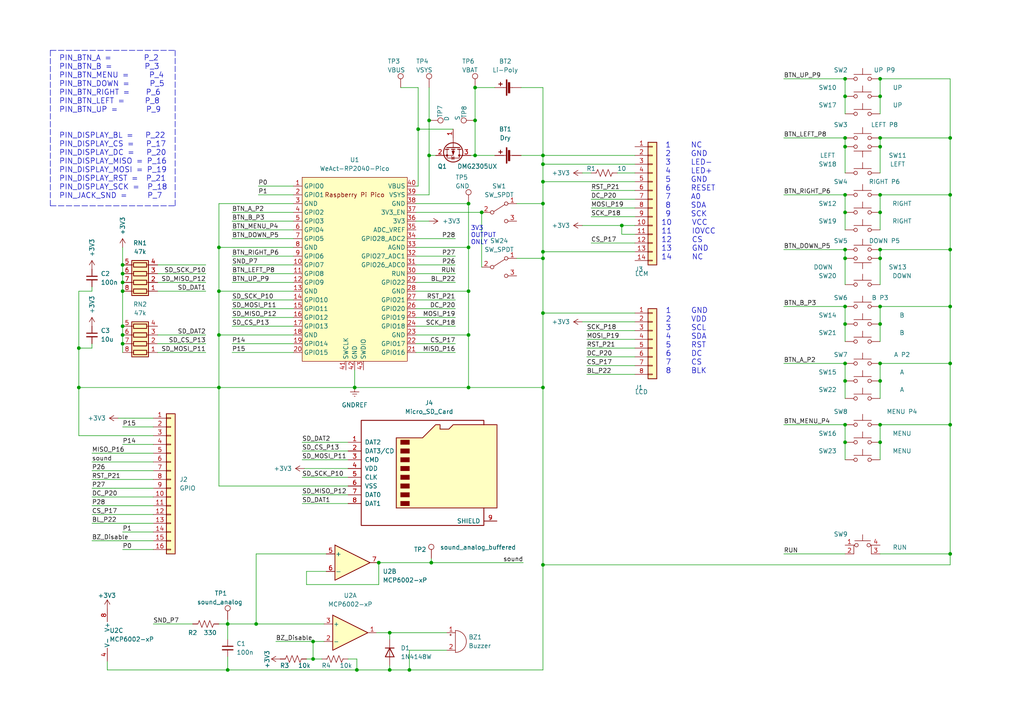
<source format=kicad_sch>
(kicad_sch (version 20211123) (generator eeschema)
  (paper "A4")
  (lib_symbols
    (symbol "Amplifier_Operational:MCP6002-xP" (pin_names (offset 0.127))
      (property "Reference" "U" (at 0 5.08 0))
      (property "Value" "MCP6002-xP" (at 0 -5.08 0))
      (symbol "MCP6002-xP_1_1"
        (pin output line (at 7.62 0 180) (length 2.54) (name "~") (number "1"))
        (pin input line (at -7.62 -2.54 0) (length 2.54) (name "-") (number "2"))
        (pin input line (at -7.62 2.54 0) (length 2.54) (name "+") (number "3"))
      )
      (symbol "MCP6002-xP_2_1"
        (pin input line (at -7.62 2.54 0) (length 2.54) (name "+") (number "5"))
        (pin input line (at -7.62 -2.54 0) (length 2.54) (name "-") (number "6"))
        (pin output line (at 7.62 0 180) (length 2.54) (name "~") (number "7"))
      )
      (symbol "MCP6002-xP_3_1"
        (pin power_in line (at -2.54 -7.62 90) (length 3.81) (name "V-") (number "4"))
        (pin power_in line (at -2.54 7.62 270) (length 3.81) (name "V+") (number "8"))
      )
    )
    (symbol "Connector:Micro_SD_Card" (pin_names (offset 1.016))
      (property "Reference" "J" (at -16.51 15.24 0))
      (property "Value" "Micro_SD_Card" (at 16.51 15.24 0))
      (symbol "Micro_SD_Card_1_1"
        (pin bidirectional line (at -22.86 7.62 0) (length 3.81) (name "DAT2") (number "1"))
        (pin bidirectional line (at -22.86 5.08 0) (length 3.81) (name "DAT3/CD") (number "2"))
        (pin input line (at -22.86 2.54 0) (length 3.81) (name "CMD") (number "3"))
        (pin power_in line (at -22.86 0 0) (length 3.81) (name "VDD") (number "4"))
        (pin input line (at -22.86 -2.54 0) (length 3.81) (name "CLK") (number "5"))
        (pin power_in line (at -22.86 -5.08 0) (length 3.81) (name "VSS") (number "6"))
        (pin bidirectional line (at -22.86 -7.62 0) (length 3.81) (name "DAT0") (number "7"))
        (pin bidirectional line (at -22.86 -10.16 0) (length 3.81) (name "DAT1") (number "8"))
        (pin passive line (at 20.32 -15.24 180) (length 3.81) (name "SHIELD") (number "9"))
      )
    )
    (symbol "Connector:TestPoint" (pin_numbers hide) (pin_names (offset 0.762) hide)
      (property "Reference" "TP" (at 0 6.858 0))
      (property "Value" "TestPoint" (at 0 5.08 0))
      (symbol "TestPoint_1_1"
        (pin passive line (at 0 0 90) (length 2.54) (name "1") (number "1"))
      )
    )
    (symbol "Connector_Generic:Conn_01x08" (pin_names (offset 1.016) hide)
      (property "Reference" "J" (at 0 10.16 0))
      (property "Value" "Conn_01x08" (at 0 -12.7 0))
      (symbol "Conn_01x08_1_1"
        (pin passive line (at -5.08 7.62 0) (length 3.81) (name "Pin_1") (number "1"))
        (pin passive line (at -5.08 5.08 0) (length 3.81) (name "Pin_2") (number "2"))
        (pin passive line (at -5.08 2.54 0) (length 3.81) (name "Pin_3") (number "3"))
        (pin passive line (at -5.08 0 0) (length 3.81) (name "Pin_4") (number "4"))
        (pin passive line (at -5.08 -2.54 0) (length 3.81) (name "Pin_5") (number "5"))
        (pin passive line (at -5.08 -5.08 0) (length 3.81) (name "Pin_6") (number "6"))
        (pin passive line (at -5.08 -7.62 0) (length 3.81) (name "Pin_7") (number "7"))
        (pin passive line (at -5.08 -10.16 0) (length 3.81) (name "Pin_8") (number "8"))
      )
    )
    (symbol "Connector_Generic:Conn_01x14" (pin_names (offset 1.016) hide)
      (property "Reference" "J" (at 0 17.78 0))
      (property "Value" "Conn_01x14" (at 0 -20.32 0))
      (symbol "Conn_01x14_1_1"
        (pin passive line (at -5.08 15.24 0) (length 3.81) (name "Pin_1") (number "1"))
        (pin passive line (at -5.08 -7.62 0) (length 3.81) (name "Pin_10") (number "10"))
        (pin passive line (at -5.08 -10.16 0) (length 3.81) (name "Pin_11") (number "11"))
        (pin passive line (at -5.08 -12.7 0) (length 3.81) (name "Pin_12") (number "12"))
        (pin passive line (at -5.08 -15.24 0) (length 3.81) (name "Pin_13") (number "13"))
        (pin passive line (at -5.08 -17.78 0) (length 3.81) (name "Pin_14") (number "14"))
        (pin passive line (at -5.08 12.7 0) (length 3.81) (name "Pin_2") (number "2"))
        (pin passive line (at -5.08 10.16 0) (length 3.81) (name "Pin_3") (number "3"))
        (pin passive line (at -5.08 7.62 0) (length 3.81) (name "Pin_4") (number "4"))
        (pin passive line (at -5.08 5.08 0) (length 3.81) (name "Pin_5") (number "5"))
        (pin passive line (at -5.08 2.54 0) (length 3.81) (name "Pin_6") (number "6"))
        (pin passive line (at -5.08 0 0) (length 3.81) (name "Pin_7") (number "7"))
        (pin passive line (at -5.08 -2.54 0) (length 3.81) (name "Pin_8") (number "8"))
        (pin passive line (at -5.08 -5.08 0) (length 3.81) (name "Pin_9") (number "9"))
      )
    )
    (symbol "Connector_Generic:Conn_01x16" (pin_names (offset 1.016) hide)
      (property "Reference" "J" (at 0 20.32 0))
      (property "Value" "Conn_01x16" (at 0 -22.86 0))
      (symbol "Conn_01x16_1_1"
        (pin passive line (at -5.08 17.78 0) (length 3.81) (name "Pin_1") (number "1"))
        (pin passive line (at -5.08 -5.08 0) (length 3.81) (name "Pin_10") (number "10"))
        (pin passive line (at -5.08 -7.62 0) (length 3.81) (name "Pin_11") (number "11"))
        (pin passive line (at -5.08 -10.16 0) (length 3.81) (name "Pin_12") (number "12"))
        (pin passive line (at -5.08 -12.7 0) (length 3.81) (name "Pin_13") (number "13"))
        (pin passive line (at -5.08 -15.24 0) (length 3.81) (name "Pin_14") (number "14"))
        (pin passive line (at -5.08 -17.78 0) (length 3.81) (name "Pin_15") (number "15"))
        (pin passive line (at -5.08 -20.32 0) (length 3.81) (name "Pin_16") (number "16"))
        (pin passive line (at -5.08 15.24 0) (length 3.81) (name "Pin_2") (number "2"))
        (pin passive line (at -5.08 12.7 0) (length 3.81) (name "Pin_3") (number "3"))
        (pin passive line (at -5.08 10.16 0) (length 3.81) (name "Pin_4") (number "4"))
        (pin passive line (at -5.08 7.62 0) (length 3.81) (name "Pin_5") (number "5"))
        (pin passive line (at -5.08 5.08 0) (length 3.81) (name "Pin_6") (number "6"))
        (pin passive line (at -5.08 2.54 0) (length 3.81) (name "Pin_7") (number "7"))
        (pin passive line (at -5.08 0 0) (length 3.81) (name "Pin_8") (number "8"))
        (pin passive line (at -5.08 -2.54 0) (length 3.81) (name "Pin_9") (number "9"))
      )
    )
    (symbol "Device:Battery_Cell" (pin_numbers hide) (pin_names (offset 0) hide)
      (property "Reference" "BT" (at 2.54 2.54 0))
      (property "Value" "Battery_Cell" (at 2.54 0 0))
      (symbol "Battery_Cell_1_1"
        (pin passive line (at 0 5.08 270) (length 2.54) (name "+") (number "1"))
        (pin passive line (at 0 -2.54 90) (length 2.54) (name "-") (number "2"))
      )
    )
    (symbol "Device:Buzzer" (pin_names (offset 0.0254) hide)
      (property "Reference" "BZ" (at 3.81 1.27 0))
      (property "Value" "Buzzer" (at 3.81 -1.27 0))
      (symbol "Buzzer_1_1"
        (pin passive line (at -2.54 2.54 0) (length 2.54) (name "-") (number "1"))
        (pin passive line (at -2.54 -2.54 0) (length 2.54) (name "+") (number "2"))
      )
    )
    (symbol "Device:C_Small" (pin_numbers hide) (pin_names (offset 0.254) hide)
      (property "Reference" "C" (at 0.254 1.778 0))
      (property "Value" "C_Small" (at 0.254 -2.032 0))
      (symbol "C_Small_1_1"
        (pin passive line (at 0 2.54 270) (length 2.032) (name "~") (number "1"))
        (pin passive line (at 0 -2.54 90) (length 2.032) (name "~") (number "2"))
      )
    )
    (symbol "Device:Q_PMOS_GSD" (pin_names (offset 0) hide)
      (property "Reference" "Q" (at 5.08 1.27 0))
      (property "Value" "Q_PMOS_GSD" (at 5.08 -1.27 0))
      (symbol "Q_PMOS_GSD_1_1"
        (pin input line (at -5.08 0 0) (length 2.54) (name "G") (number "1"))
        (pin passive line (at 2.54 -5.08 90) (length 2.54) (name "S") (number "2"))
        (pin passive line (at 2.54 5.08 270) (length 2.54) (name "D") (number "3"))
      )
    )
    (symbol "Device:R_Pack04" (pin_names (offset 0) hide)
      (property "Reference" "RN" (at -7.62 0 90))
      (property "Value" "R_Pack04" (at 5.08 0 90))
      (symbol "R_Pack04_1_1"
        (pin passive line (at -5.08 -5.08 90) (length 2.54) (name "R1.1") (number "1"))
        (pin passive line (at -2.54 -5.08 90) (length 2.54) (name "R2.1") (number "2"))
        (pin passive line (at 0 -5.08 90) (length 2.54) (name "R3.1") (number "3"))
        (pin passive line (at 2.54 -5.08 90) (length 2.54) (name "R4.1") (number "4"))
        (pin passive line (at 2.54 5.08 270) (length 2.54) (name "R4.2") (number "5"))
        (pin passive line (at 0 5.08 270) (length 2.54) (name "R3.2") (number "6"))
        (pin passive line (at -2.54 5.08 270) (length 2.54) (name "R2.2") (number "7"))
        (pin passive line (at -5.08 5.08 270) (length 2.54) (name "R1.2") (number "8"))
      )
    )
    (symbol "Device:R_US" (pin_numbers hide) (pin_names (offset 0))
      (property "Reference" "R" (at 2.54 0 90))
      (property "Value" "R_US" (at -2.54 0 90))
      (symbol "R_US_1_1"
        (pin passive line (at 0 3.81 270) (length 1.27) (name "~") (number "1"))
        (pin passive line (at 0 -3.81 90) (length 1.27) (name "~") (number "2"))
      )
    )
    (symbol "Diode:1N4148W" (pin_numbers hide) (pin_names (offset 1.016) hide)
      (property "Reference" "D" (at 0 2.54 0))
      (property "Value" "1N4148W" (at 0 -2.54 0))
      (symbol "1N4148W_1_1"
        (pin passive line (at -3.81 0 0) (length 2.54) (name "K") (number "1"))
        (pin passive line (at 3.81 0 180) (length 2.54) (name "A") (number "2"))
      )
    )
    (symbol "MCU_RaspberryPi_and_Boards:Pico"
      (property "Reference" "U" (at -13.97 27.94 0))
      (property "Value" "Pico" (at 0 19.05 0))
      (symbol "Pico_0_0"
        (text "Raspberry Pi Pico" (at 0 21.59 0) (effects (font (size 1.27 1.27))))
      )
      (symbol "Pico_1_1"
        (pin bidirectional line (at -17.78 24.13 0) (length 2.54) (name "GPIO0") (number "1"))
        (pin bidirectional line (at -17.78 1.27 0) (length 2.54) (name "GPIO7") (number "10"))
        (pin bidirectional line (at -17.78 -1.27 0) (length 2.54) (name "GPIO8") (number "11"))
        (pin bidirectional line (at -17.78 -3.81 0) (length 2.54) (name "GPIO9") (number "12"))
        (pin power_in line (at -17.78 -6.35 0) (length 2.54) (name "GND") (number "13"))
        (pin bidirectional line (at -17.78 -8.89 0) (length 2.54) (name "GPIO10") (number "14"))
        (pin bidirectional line (at -17.78 -11.43 0) (length 2.54) (name "GPIO11") (number "15"))
        (pin bidirectional line (at -17.78 -13.97 0) (length 2.54) (name "GPIO12") (number "16"))
        (pin bidirectional line (at -17.78 -16.51 0) (length 2.54) (name "GPIO13") (number "17"))
        (pin power_in line (at -17.78 -19.05 0) (length 2.54) (name "GND") (number "18"))
        (pin bidirectional line (at -17.78 -21.59 0) (length 2.54) (name "GPIO14") (number "19"))
        (pin bidirectional line (at -17.78 21.59 0) (length 2.54) (name "GPIO1") (number "2"))
        (pin bidirectional line (at -17.78 -24.13 0) (length 2.54) (name "GPIO15") (number "20"))
        (pin bidirectional line (at 17.78 -24.13 180) (length 2.54) (name "GPIO16") (number "21"))
        (pin bidirectional line (at 17.78 -21.59 180) (length 2.54) (name "GPIO17") (number "22"))
        (pin power_in line (at 17.78 -19.05 180) (length 2.54) (name "GND") (number "23"))
        (pin bidirectional line (at 17.78 -16.51 180) (length 2.54) (name "GPIO18") (number "24"))
        (pin bidirectional line (at 17.78 -13.97 180) (length 2.54) (name "GPIO19") (number "25"))
        (pin bidirectional line (at 17.78 -11.43 180) (length 2.54) (name "GPIO20") (number "26"))
        (pin bidirectional line (at 17.78 -8.89 180) (length 2.54) (name "GPIO21") (number "27"))
        (pin power_in line (at 17.78 -6.35 180) (length 2.54) (name "GND") (number "28"))
        (pin bidirectional line (at 17.78 -3.81 180) (length 2.54) (name "GPIO22") (number "29"))
        (pin power_in line (at -17.78 19.05 0) (length 2.54) (name "GND") (number "3"))
        (pin input line (at 17.78 -1.27 180) (length 2.54) (name "RUN") (number "30"))
        (pin bidirectional line (at 17.78 1.27 180) (length 2.54) (name "GPIO26_ADC0") (number "31"))
        (pin bidirectional line (at 17.78 3.81 180) (length 2.54) (name "GPIO27_ADC1") (number "32"))
        (pin power_in line (at 17.78 6.35 180) (length 2.54) (name "AGND") (number "33"))
        (pin bidirectional line (at 17.78 8.89 180) (length 2.54) (name "GPIO28_ADC2") (number "34"))
        (pin power_in line (at 17.78 11.43 180) (length 2.54) (name "ADC_VREF") (number "35"))
        (pin power_in line (at 17.78 13.97 180) (length 2.54) (name "3V3") (number "36"))
        (pin input line (at 17.78 16.51 180) (length 2.54) (name "3V3_EN") (number "37"))
        (pin bidirectional line (at 17.78 19.05 180) (length 2.54) (name "GND") (number "38"))
        (pin power_in line (at 17.78 21.59 180) (length 2.54) (name "VSYS") (number "39"))
        (pin bidirectional line (at -17.78 16.51 0) (length 2.54) (name "GPIO2") (number "4"))
        (pin power_in line (at 17.78 24.13 180) (length 2.54) (name "VBUS") (number "40"))
        (pin input line (at -2.54 -29.21 90) (length 2.54) (name "SWCLK") (number "41"))
        (pin power_in line (at 0 -29.21 90) (length 2.54) (name "GND") (number "42"))
        (pin bidirectional line (at 2.54 -29.21 90) (length 2.54) (name "SWDIO") (number "43"))
        (pin bidirectional line (at -17.78 13.97 0) (length 2.54) (name "GPIO3") (number "5"))
        (pin bidirectional line (at -17.78 11.43 0) (length 2.54) (name "GPIO4") (number "6"))
        (pin bidirectional line (at -17.78 8.89 0) (length 2.54) (name "GPIO5") (number "7"))
        (pin power_in line (at -17.78 6.35 0) (length 2.54) (name "GND") (number "8"))
        (pin bidirectional line (at -17.78 3.81 0) (length 2.54) (name "GPIO6") (number "9"))
      )
    )
    (symbol "SW_Push_1" (pin_numbers hide) (pin_names (offset 1.016) hide)
      (property "Reference" "SW" (at 1.27 2.54 0))
      (property "Value" "SW_Push_1" (at 0 -1.524 0))
      (symbol "SW_Push_1_0_1"
        (pin passive line (at -5.08 0 0) (length 2.54) (name "1") (number "1"))
        (pin passive line (at 5.08 0 180) (length 2.54) (name "2") (number "2"))
      )
    )
    (symbol "Switch:SW_MEC_5E" (pin_names (offset 1.016) hide)
      (property "Reference" "SW" (at 0.635 5.715 0))
      (property "Value" "SW_MEC_5E" (at 0 -3.175 0))
      (symbol "SW_MEC_5E_0_1"
        (pin passive line (at -5.08 2.54 0) (length 2.54) (name "1") (number "1"))
        (pin passive line (at -5.08 0 0) (length 2.54) (name "2") (number "2"))
        (pin passive line (at 5.08 0 180) (length 2.54) (name "K") (number "3"))
        (pin passive line (at 5.08 2.54 180) (length 2.54) (name "A") (number "4"))
      )
    )
    (symbol "Switch:SW_Push" (pin_numbers hide) (pin_names (offset 1.016) hide)
      (property "Reference" "SW" (at 1.27 2.54 0))
      (property "Value" "SW_Push" (at 0 -1.524 0))
      (symbol "SW_Push_0_1"
        (pin passive line (at -5.08 0 0) (length 2.54) (name "1") (number "1"))
        (pin passive line (at 5.08 0 180) (length 2.54) (name "2") (number "2"))
      )
    )
    (symbol "Switch:SW_SPDT" (pin_names (offset 0) hide)
      (property "Reference" "SW" (at 0 4.318 0))
      (property "Value" "SW_SPDT" (at 0 -5.08 0))
      (symbol "SW_SPDT_1_1"
        (pin passive line (at 5.08 2.54 180) (length 2.54) (name "A") (number "1"))
        (pin passive line (at -5.08 0 0) (length 2.54) (name "B") (number "2"))
        (pin passive line (at 5.08 -2.54 180) (length 2.54) (name "C") (number "3"))
      )
    )
    (symbol "power:+3V3" (power) (pin_names (offset 0))
      (property "Value" "+3V3" (at 0 3.556 0))
      (symbol "+3V3_1_1"
        (pin power_in line (at 0 0 90) (length 0) hide (name "+3V3") (number "1"))
      )
    )
    (symbol "power:GNDREF" (power) (pin_names (offset 0))
      (property "Value" "GNDREF" (at 0 -3.81 0))
      (symbol "GNDREF_1_1"
        (pin power_in line (at 0 0 270) (length 0) hide (name "GNDREF") (number "1"))
      )
    )
  )
  (junction (at 35.56 81.915))
  (junction (at 35.56 76.835))
  (junction (at 245.11 123.19))
  (junction (at 137.795 34.925))
  (junction (at 113.03 183.515))
  (junction (at 157.48 47.625))
  (junction (at 118.745 194.31))
  (junction (at 245.11 27.94))
  (junction (at 255.27 56.515))
  (junction (at 109.855 163.195))
  (junction (at 245.11 128.27))
  (junction (at 180.34 65.405))
  (junction (at 103.505 194.31))
  (junction (at 157.48 59.055))
  (junction (at 275.59 160.655))
  (junction (at 22.86 112.395))
  (junction (at 245.11 74.93))
  (junction (at 255.27 72.39))
  (junction (at 255.27 110.49))
  (junction (at 255.27 123.19))
  (junction (at 124.46 45.085))
  (junction (at 139.7 61.595))
  (junction (at 157.48 73.025))
  (junction (at 245.11 110.49))
  (junction (at 35.56 94.615))
  (junction (at 255.27 128.27))
  (junction (at 245.11 88.9))
  (junction (at 245.11 72.39))
  (junction (at 35.56 79.375))
  (junction (at 255.27 88.9))
  (junction (at 255.27 22.86))
  (junction (at 275.59 40.005))
  (junction (at 135.89 112.395))
  (junction (at 255.27 40.005))
  (junction (at 135.89 71.755))
  (junction (at 35.56 84.455))
  (junction (at 125.095 163.195))
  (junction (at 35.56 97.155))
  (junction (at 66.04 194.31))
  (junction (at 63.5 112.395))
  (junction (at 102.87 112.395))
  (junction (at 255.27 27.94))
  (junction (at 63.5 84.455))
  (junction (at 255.27 61.595))
  (junction (at 157.48 163.83))
  (junction (at 135.89 84.455))
  (junction (at 245.11 61.595))
  (junction (at 157.48 74.93))
  (junction (at 245.11 42.545))
  (junction (at 255.27 105.41))
  (junction (at 245.11 56.515))
  (junction (at 113.03 194.31))
  (junction (at 63.5 71.755))
  (junction (at 245.11 105.41))
  (junction (at 255.27 42.545))
  (junction (at 35.56 99.695))
  (junction (at 135.89 97.155))
  (junction (at 275.59 56.515))
  (junction (at 245.11 93.98))
  (junction (at 255.27 93.98))
  (junction (at 121.285 37.465))
  (junction (at 66.04 180.975))
  (junction (at 157.48 52.705))
  (junction (at 245.11 40.005))
  (junction (at 275.59 88.9))
  (junction (at 74.295 180.975))
  (junction (at 275.59 123.19))
  (junction (at 255.27 74.93))
  (junction (at 90.805 191.135))
  (junction (at 157.48 90.805))
  (junction (at 157.48 45.085))
  (junction (at 22.86 100.965))
  (junction (at 245.11 22.86))
  (junction (at 137.795 45.085))
  (junction (at 63.5 97.155))
  (junction (at 135.89 59.055))
  (junction (at 90.805 186.055))
  (junction (at 275.59 105.41))
  (junction (at 124.46 34.925))
  (junction (at 137.795 25.4))
  (junction (at 157.48 112.395))
  (junction (at 275.59 72.39))
  (wire (pts (xy 45.72 84.455) (xy 59.69 84.455)))
  (wire (pts (xy 120.65 76.835) (xy 132.08 76.835)))
  (wire (pts (xy 67.31 79.375) (xy 85.09 79.375)))
  (wire (pts (xy 255.27 93.98) (xy 255.27 99.06)))
  (wire (pts (xy 90.805 191.135) (xy 93.345 191.135)))
  (wire (pts (xy 63.5 84.455) (xy 63.5 71.755)))
  (wire (pts (xy 26.67 84.455) (xy 22.86 84.455)))
  (wire (pts (xy 157.48 52.705) (xy 157.48 47.625)))
  (wire (pts (xy 63.5 180.975) (xy 66.04 180.975)))
  (wire (pts (xy 135.89 112.395) (xy 157.48 112.395)))
  (wire (pts (xy 102.87 112.395) (xy 63.5 112.395)))
  (wire (pts (xy 137.795 45.085) (xy 143.51 45.085)))
  (wire (pts (xy 255.27 88.9) (xy 275.59 88.9)))
  (wire (pts (xy 26.67 146.685) (xy 44.45 146.685)))
  (wire (pts (xy 170.18 95.885) (xy 184.15 95.885)))
  (wire (pts (xy 35.56 84.455) (xy 35.56 81.915)))
  (wire (pts (xy 102.87 107.315) (xy 102.87 112.395)))
  (wire (pts (xy 67.31 69.215) (xy 85.09 69.215)))
  (wire (pts (xy 245.11 56.515) (xy 245.11 61.595)))
  (wire (pts (xy 227.33 160.655) (xy 245.11 160.655)))
  (wire (pts (xy 85.09 84.455) (xy 63.5 84.455)))
  (polyline (pts (xy 50.8 59.69) (xy 50.8 14.605)))
  (wire (pts (xy 180.34 65.405) (xy 184.15 65.405)))
  (wire (pts (xy 255.27 105.41) (xy 255.27 110.49)))
  (wire (pts (xy 80.01 186.055) (xy 90.805 186.055)))
  (wire (pts (xy 26.67 100.965) (xy 26.67 99.695)))
  (wire (pts (xy 255.27 40.005) (xy 275.59 40.005)))
  (wire (pts (xy 245.11 74.93) (xy 245.11 82.55)))
  (wire (pts (xy 45.72 102.235) (xy 59.69 102.235)))
  (wire (pts (xy 26.67 133.985) (xy 44.45 133.985)))
  (wire (pts (xy 109.855 169.545) (xy 109.855 163.195)))
  (wire (pts (xy 67.31 81.915) (xy 85.09 81.915)))
  (wire (pts (xy 35.56 79.375) (xy 35.56 76.835)))
  (wire (pts (xy 103.505 191.135) (xy 103.505 194.31)))
  (wire (pts (xy 135.89 84.455) (xy 135.89 97.155)))
  (wire (pts (xy 120.65 102.235) (xy 132.08 102.235)))
  (wire (pts (xy 275.59 40.005) (xy 275.59 56.515)))
  (wire (pts (xy 31.115 191.77) (xy 31.115 194.31)))
  (wire (pts (xy 103.505 194.31) (xy 113.03 194.31)))
  (wire (pts (xy 120.65 94.615) (xy 132.08 94.615)))
  (wire (pts (xy 245.11 88.9) (xy 245.11 93.98)))
  (wire (pts (xy 59.69 99.695) (xy 45.72 99.695)))
  (wire (pts (xy 179.07 50.165) (xy 184.15 50.165)))
  (wire (pts (xy 93.98 186.055) (xy 90.805 186.055)))
  (wire (pts (xy 255.27 56.515) (xy 275.59 56.515)))
  (wire (pts (xy 245.11 105.41) (xy 245.11 110.49)))
  (wire (pts (xy 67.31 61.595) (xy 85.09 61.595)))
  (wire (pts (xy 275.59 72.39) (xy 275.59 88.9)))
  (wire (pts (xy 170.18 98.425) (xy 184.15 98.425)))
  (wire (pts (xy 157.48 73.025) (xy 157.48 74.93)))
  (wire (pts (xy 255.27 123.19) (xy 255.27 128.27)))
  (wire (pts (xy 35.56 94.615) (xy 35.56 97.155)))
  (wire (pts (xy 35.56 128.905) (xy 44.45 128.905)))
  (wire (pts (xy 109.22 183.515) (xy 113.03 183.515)))
  (polyline (pts (xy 14.605 14.605) (xy 50.8 14.605)))
  (wire (pts (xy 255.27 160.655) (xy 275.59 160.655)))
  (wire (pts (xy 93.98 180.975) (xy 74.295 180.975)))
  (polyline (pts (xy 14.605 59.69) (xy 50.8 59.69)))
  (wire (pts (xy 26.67 136.525) (xy 44.45 136.525)))
  (wire (pts (xy 26.67 131.445) (xy 44.45 131.445)))
  (wire (pts (xy 245.11 27.94) (xy 245.11 33.02)))
  (wire (pts (xy 227.33 123.19) (xy 245.11 123.19)))
  (wire (pts (xy 120.65 74.295) (xy 132.08 74.295)))
  (wire (pts (xy 170.18 108.585) (xy 184.15 108.585)))
  (wire (pts (xy 168.91 65.405) (xy 180.34 65.405)))
  (wire (pts (xy 26.67 84.455) (xy 26.67 83.185)))
  (wire (pts (xy 22.86 126.365) (xy 22.86 112.395)))
  (wire (pts (xy 87.63 146.05) (xy 100.965 146.05)))
  (wire (pts (xy 87.63 138.43) (xy 100.965 138.43)))
  (wire (pts (xy 170.18 106.045) (xy 184.15 106.045)))
  (wire (pts (xy 94.615 165.735) (xy 88.9 165.735)))
  (wire (pts (xy 67.31 102.235) (xy 85.09 102.235)))
  (wire (pts (xy 151.765 163.195) (xy 125.095 163.195)))
  (wire (pts (xy 129.54 188.595) (xy 118.745 188.595)))
  (wire (pts (xy 120.65 59.055) (xy 135.89 59.055)))
  (wire (pts (xy 63.5 71.755) (xy 85.09 71.755)))
  (wire (pts (xy 35.56 81.915) (xy 35.56 79.375)))
  (wire (pts (xy 113.03 194.31) (xy 118.745 194.31)))
  (wire (pts (xy 157.48 73.025) (xy 184.15 73.025)))
  (wire (pts (xy 121.285 25.4) (xy 121.285 37.465)))
  (wire (pts (xy 63.5 112.395) (xy 63.5 97.155)))
  (wire (pts (xy 22.86 112.395) (xy 63.5 112.395)))
  (wire (pts (xy 151.13 25.4) (xy 157.48 25.4)))
  (wire (pts (xy 171.45 62.865) (xy 184.15 62.865)))
  (wire (pts (xy 63.5 140.97) (xy 63.5 112.395)))
  (wire (pts (xy 120.65 99.695) (xy 132.08 99.695)))
  (wire (pts (xy 113.03 183.515) (xy 113.03 185.42)))
  (wire (pts (xy 26.67 100.965) (xy 22.86 100.965)))
  (wire (pts (xy 157.48 59.055) (xy 157.48 73.025)))
  (wire (pts (xy 87.63 128.27) (xy 100.965 128.27)))
  (wire (pts (xy 255.27 72.39) (xy 255.27 74.93)))
  (wire (pts (xy 245.11 110.49) (xy 245.11 115.57)))
  (wire (pts (xy 157.48 74.93) (xy 157.48 90.805)))
  (wire (pts (xy 113.03 183.515) (xy 129.54 183.515)))
  (wire (pts (xy 245.11 40.005) (xy 245.11 42.545)))
  (wire (pts (xy 121.285 37.465) (xy 131.445 37.465)))
  (wire (pts (xy 227.33 22.86) (xy 245.11 22.86)))
  (wire (pts (xy 227.33 72.39) (xy 245.11 72.39)))
  (wire (pts (xy 118.745 188.595) (xy 118.745 194.31)))
  (wire (pts (xy 121.285 37.465) (xy 121.285 53.975)))
  (wire (pts (xy 124.46 45.085) (xy 126.365 45.085)))
  (wire (pts (xy 85.09 59.055) (xy 63.5 59.055)))
  (wire (pts (xy 255.27 88.9) (xy 255.27 93.98)))
  (wire (pts (xy 113.03 193.04) (xy 113.03 194.31)))
  (wire (pts (xy 275.59 123.19) (xy 275.59 160.655)))
  (wire (pts (xy 168.91 50.165) (xy 171.45 50.165)))
  (wire (pts (xy 120.65 84.455) (xy 135.89 84.455)))
  (wire (pts (xy 35.56 99.695) (xy 35.56 102.235)))
  (wire (pts (xy 245.11 123.19) (xy 245.11 128.27)))
  (wire (pts (xy 120.65 92.075) (xy 132.08 92.075)))
  (wire (pts (xy 26.67 151.765) (xy 44.45 151.765)))
  (wire (pts (xy 143.51 25.4) (xy 137.795 25.4)))
  (wire (pts (xy 227.33 105.41) (xy 245.11 105.41)))
  (wire (pts (xy 120.65 61.595) (xy 139.7 61.595)))
  (wire (pts (xy 124.46 34.925) (xy 124.46 45.085)))
  (wire (pts (xy 26.67 156.845) (xy 44.45 156.845)))
  (wire (pts (xy 275.59 56.515) (xy 275.59 72.39)))
  (wire (pts (xy 88.9 191.135) (xy 90.805 191.135)))
  (wire (pts (xy 102.87 112.395) (xy 135.89 112.395)))
  (wire (pts (xy 63.5 140.97) (xy 100.965 140.97)))
  (wire (pts (xy 67.31 89.535) (xy 85.09 89.535)))
  (wire (pts (xy 88.9 169.545) (xy 109.855 169.545)))
  (wire (pts (xy 67.31 99.695) (xy 85.09 99.695)))
  (wire (pts (xy 66.04 190.5) (xy 66.04 194.31)))
  (wire (pts (xy 45.72 81.915) (xy 59.69 81.915)))
  (wire (pts (xy 149.86 74.93) (xy 157.48 74.93)))
  (wire (pts (xy 120.65 56.515) (xy 124.46 56.515)))
  (wire (pts (xy 171.45 60.325) (xy 184.15 60.325)))
  (wire (pts (xy 151.13 45.085) (xy 157.48 45.085)))
  (wire (pts (xy 35.56 84.455) (xy 35.56 94.615)))
  (wire (pts (xy 85.09 97.155) (xy 63.5 97.155)))
  (wire (pts (xy 180.34 67.945) (xy 180.34 65.405)))
  (wire (pts (xy 168.91 93.345) (xy 184.15 93.345)))
  (wire (pts (xy 74.93 56.515) (xy 85.09 56.515)))
  (wire (pts (xy 116.205 25.4) (xy 121.285 25.4)))
  (wire (pts (xy 125.095 163.195) (xy 125.095 161.925)))
  (wire (pts (xy 88.9 165.735) (xy 88.9 169.545)))
  (wire (pts (xy 67.31 86.995) (xy 85.09 86.995)))
  (wire (pts (xy 255.27 128.27) (xy 255.27 133.35)))
  (wire (pts (xy 67.31 92.075) (xy 85.09 92.075)))
  (wire (pts (xy 66.04 180.975) (xy 74.295 180.975)))
  (wire (pts (xy 157.48 45.085) (xy 184.15 45.085)))
  (wire (pts (xy 135.89 71.755) (xy 135.89 84.455)))
  (wire (pts (xy 121.285 53.975) (xy 120.65 53.975)))
  (wire (pts (xy 74.295 160.655) (xy 74.295 180.975)))
  (wire (pts (xy 255.27 22.86) (xy 255.27 27.94)))
  (wire (pts (xy 255.27 40.005) (xy 255.27 42.545)))
  (wire (pts (xy 245.11 93.98) (xy 245.11 99.06)))
  (wire (pts (xy 94.615 160.655) (xy 74.295 160.655)))
  (wire (pts (xy 26.67 141.605) (xy 44.45 141.605)))
  (wire (pts (xy 275.59 88.9) (xy 275.59 105.41)))
  (wire (pts (xy 67.31 66.675) (xy 85.09 66.675)))
  (wire (pts (xy 90.805 186.055) (xy 90.805 191.135)))
  (wire (pts (xy 245.11 128.27) (xy 245.11 133.35)))
  (wire (pts (xy 255.27 72.39) (xy 275.59 72.39)))
  (wire (pts (xy 139.7 61.595) (xy 139.7 77.47)))
  (wire (pts (xy 170.18 100.965) (xy 184.15 100.965)))
  (wire (pts (xy 137.795 25.4) (xy 137.795 34.925)))
  (wire (pts (xy 26.67 139.065) (xy 44.45 139.065)))
  (wire (pts (xy 157.48 47.625) (xy 157.48 45.085)))
  (wire (pts (xy 59.69 97.155) (xy 45.72 97.155)))
  (wire (pts (xy 67.31 64.135) (xy 85.09 64.135)))
  (wire (pts (xy 44.45 180.975) (xy 55.88 180.975)))
  (wire (pts (xy 22.86 84.455) (xy 22.86 100.965)))
  (wire (pts (xy 63.5 97.155) (xy 63.5 84.455)))
  (wire (pts (xy 35.56 159.385) (xy 44.45 159.385)))
  (wire (pts (xy 22.86 100.965) (xy 22.86 112.395)))
  (wire (pts (xy 255.27 22.86) (xy 275.59 22.86)))
  (wire (pts (xy 45.72 76.835) (xy 59.69 76.835)))
  (wire (pts (xy 63.5 59.055) (xy 63.5 71.755)))
  (wire (pts (xy 35.56 97.155) (xy 35.56 99.695)))
  (wire (pts (xy 87.63 143.51) (xy 100.965 143.51)))
  (wire (pts (xy 275.59 22.86) (xy 275.59 40.005)))
  (wire (pts (xy 135.89 97.155) (xy 135.89 112.395)))
  (wire (pts (xy 34.29 121.285) (xy 44.45 121.285)))
  (wire (pts (xy 255.27 61.595) (xy 255.27 66.675)))
  (wire (pts (xy 100.965 191.135) (xy 103.505 191.135)))
  (wire (pts (xy 67.31 74.295) (xy 85.09 74.295)))
  (wire (pts (xy 275.59 105.41) (xy 275.59 123.19)))
  (wire (pts (xy 157.48 163.83) (xy 275.59 163.83)))
  (wire (pts (xy 255.27 74.93) (xy 255.27 82.55)))
  (wire (pts (xy 245.11 72.39) (xy 245.11 74.93)))
  (wire (pts (xy 120.65 89.535) (xy 132.08 89.535)))
  (wire (pts (xy 245.11 61.595) (xy 245.11 66.675)))
  (wire (pts (xy 157.48 47.625) (xy 184.15 47.625)))
  (wire (pts (xy 120.65 69.215) (xy 132.08 69.215)))
  (wire (pts (xy 171.45 55.245) (xy 184.15 55.245)))
  (wire (pts (xy 26.67 144.145) (xy 44.45 144.145)))
  (wire (pts (xy 66.04 179.705) (xy 66.04 180.975)))
  (wire (pts (xy 66.04 180.975) (xy 66.04 185.42)))
  (wire (pts (xy 170.18 103.505) (xy 184.15 103.505)))
  (wire (pts (xy 157.48 59.055) (xy 157.48 52.705)))
  (wire (pts (xy 275.59 160.655) (xy 275.59 163.83)))
  (wire (pts (xy 66.04 194.31) (xy 103.505 194.31)))
  (wire (pts (xy 171.45 57.785) (xy 184.15 57.785)))
  (wire (pts (xy 184.15 67.945) (xy 180.34 67.945)))
  (wire (pts (xy 255.27 27.94) (xy 255.27 33.02)))
  (wire (pts (xy 149.86 59.055) (xy 157.48 59.055)))
  (wire (pts (xy 120.65 81.915) (xy 132.08 81.915)))
  (wire (pts (xy 120.65 79.375) (xy 132.08 79.375)))
  (wire (pts (xy 227.33 40.005) (xy 245.11 40.005)))
  (wire (pts (xy 157.48 25.4) (xy 157.48 45.085)))
  (wire (pts (xy 255.27 42.545) (xy 255.27 50.165)))
  (wire (pts (xy 124.46 45.085) (xy 124.46 56.515)))
  (wire (pts (xy 88.265 135.89) (xy 100.965 135.89)))
  (wire (pts (xy 120.65 71.755) (xy 135.89 71.755)))
  (wire (pts (xy 227.33 56.515) (xy 245.11 56.515)))
  (wire (pts (xy 255.27 56.515) (xy 255.27 61.595)))
  (wire (pts (xy 135.89 59.055) (xy 135.89 71.755)))
  (wire (pts (xy 45.72 79.375) (xy 59.69 79.375)))
  (wire (pts (xy 245.11 42.545) (xy 245.11 50.165)))
  (wire (pts (xy 87.63 133.35) (xy 100.965 133.35)))
  (wire (pts (xy 255.27 105.41) (xy 275.59 105.41)))
  (wire (pts (xy 120.65 86.995) (xy 132.08 86.995)))
  (wire (pts (xy 124.46 25.4) (xy 124.46 34.925)))
  (wire (pts (xy 44.45 126.365) (xy 22.86 126.365)))
  (wire (pts (xy 157.48 90.805) (xy 184.15 90.805)))
  (wire (pts (xy 31.115 194.31) (xy 66.04 194.31)))
  (wire (pts (xy 120.65 64.135) (xy 124.46 64.135)))
  (polyline (pts (xy 14.605 14.605) (xy 14.605 59.69)))
  (wire (pts (xy 157.48 112.395) (xy 157.48 163.83)))
  (wire (pts (xy 157.48 52.705) (xy 184.15 52.705)))
  (wire (pts (xy 35.56 123.825) (xy 44.45 123.825)))
  (wire (pts (xy 157.48 90.805) (xy 157.48 112.395)))
  (wire (pts (xy 136.525 45.085) (xy 137.795 45.085)))
  (wire (pts (xy 74.93 53.975) (xy 85.09 53.975)))
  (wire (pts (xy 118.745 194.31) (xy 157.48 194.31)))
  (wire (pts (xy 171.45 70.485) (xy 184.15 70.485)))
  (wire (pts (xy 227.33 88.9) (xy 245.11 88.9)))
  (wire (pts (xy 255.27 110.49) (xy 255.27 115.57)))
  (wire (pts (xy 109.855 163.195) (xy 125.095 163.195)))
  (wire (pts (xy 255.27 123.19) (xy 275.59 123.19)))
  (wire (pts (xy 87.63 130.81) (xy 100.965 130.81)))
  (wire (pts (xy 157.48 163.83) (xy 157.48 194.31)))
  (wire (pts (xy 245.11 22.86) (xy 245.11 27.94)))
  (wire (pts (xy 120.65 97.155) (xy 135.89 97.155)))
  (wire (pts (xy 137.795 34.925) (xy 137.795 45.085)))
  (wire (pts (xy 26.67 149.225) (xy 44.45 149.225)))
  (wire (pts (xy 67.31 94.615) (xy 85.09 94.615)))
  (wire (pts (xy 67.31 76.835) (xy 85.09 76.835)))
  (wire (pts (xy 35.56 154.305) (xy 44.45 154.305)))
  (wire (pts (xy 35.56 76.835) (xy 35.56 71.755)))
  (text " 1     NC\n 2     GND\n 3     LED-\n 4     LED+\n 5     GND\n 6     RESET\n 7     A0\n 8     SDA\n 9     SCK\n10     VCC\n11     IOVCC\n12     CS\n13     GND\n14     NC" (at 191.77 75.565 0) (effects (font (size 1.55 1.55)) (justify left bottom)))
  (text "1     GND\n2     VDD\n3     SCL\n4     SDA\n5     RST\n6     DC\n7     CS\n8     BLK" (at 193.04 108.585 0) (effects (font (size 1.55 1.55)) (justify left bottom)))
  (text "3V3 \nOUTPUT \nONLY" (at 136.525 71.12 0) (effects (font (size 1.27 1.27)) (justify left bottom)))
  (text "PIN_BTN_A =        P_2\nPIN_BTN_B =        P_3\nPIN_BTN_MENU =     P_4\nPIN_BTN_DOWN =     P_5\nPIN_BTN_RIGHT =    P_6\nPIN_BTN_LEFT =     P_8\nPIN_BTN_UP =       P_9\n\n\nPIN_DISPLAY_BL =   P_22\nPIN_DISPLAY_CS =   P_17\nPIN_DISPLAY_DC =   P_20\nPIN_DISPLAY_MISO = P_16\nPIN_DISPLAY_MOSI = P_19\nPIN_DISPLAY_RST =  P_21\nPIN_DISPLAY_SCK =  P_18\nPIN_JACK_SND =     P_7" (at 17.145 57.785 0) (effects (font (size 1.55 1.55)) (justify left bottom)))
  (label "BTN_A_P2" (at 67.31 61.595 0))
  (label "SD_MISO_P12" (at 87.63 143.51 0))
  (label "RUN" (at 227.33 160.655 0))
  (label "BTN_RIGHT_P6" (at 67.31 74.295 0))
  (label "SD_MOSI_P11" (at 87.63 133.35 0))
  (label "P28" (at 132.08 69.215 180))
  (label "CS_P17" (at 26.67 149.225 0))
  (label "CS_P17" (at 170.18 106.045 0))
  (label "MISO_P16" (at 132.08 102.235 180))
  (label "MOSI_P19" (at 170.18 98.425 0))
  (label "SD_MOSI_P11" (at 59.69 102.235 180))
  (label "BTN_A_P2" (at 227.33 105.41 0))
  (label "P1" (at 74.93 56.515 0))
  (label "SCK_P18" (at 132.08 94.615 180))
  (label "SND_P7" (at 67.31 76.835 0))
  (label "P15" (at 67.31 102.235 0))
  (label "BZ_Disable" (at 80.01 186.055 0))
  (label "P14" (at 67.31 99.695 0))
  (label "MOSI_P19" (at 171.45 60.325 0))
  (label "P27" (at 132.08 74.295 180))
  (label "P0" (at 74.93 53.975 0))
  (label "SD_SCK_P10" (at 67.31 86.995 0))
  (label "sound" (at 151.765 163.195 180))
  (label "RST_P21" (at 132.08 86.995 180))
  (label "BTN_LEFT_P8" (at 227.33 40.005 0))
  (label "BTN_DOWN_P5" (at 67.31 69.215 0))
  (label "CS_P17" (at 132.08 99.695 180))
  (label "SD_DAT1" (at 87.63 146.05 0))
  (label "P1" (at 35.56 154.305 0))
  (label "BTN_RIGHT_P6" (at 227.33 56.515 0))
  (label "DC_P20" (at 171.45 57.785 0))
  (label "BTN_DOWN_P5" (at 227.33 72.39 0))
  (label "SCK_P18" (at 170.18 95.885 0))
  (label "RUN" (at 132.08 79.375 180))
  (label "DC_P20" (at 132.08 89.535 180))
  (label "SD_SCK_P10" (at 59.69 79.375 180))
  (label "SD_SCK_P10" (at 87.63 138.43 0))
  (label "SD_MISO_P12" (at 67.31 92.075 0))
  (label "SND_P7" (at 44.45 180.975 0))
  (label "SD_MOSI_P11" (at 67.31 89.535 0))
  (label "P14" (at 35.56 128.905 0))
  (label "BTN_B_P3" (at 227.33 88.9 0))
  (label "RST_P21" (at 171.45 55.245 0))
  (label "BL_P22" (at 170.18 108.585 0))
  (label "DC_P20" (at 26.67 144.145 0))
  (label "RST_P21" (at 170.18 100.965 0))
  (label "BZ_Disable" (at 26.67 156.845 0))
  (label "P26" (at 26.67 136.525 0))
  (label "SD_CS_P13" (at 67.31 94.615 0))
  (label "SD_DAT1" (at 59.69 84.455 180))
  (label "BL_P22" (at 132.08 81.915 180))
  (label "P0" (at 35.56 159.385 0))
  (label "BTN_UP_P9" (at 67.31 81.915 0))
  (label "SCK_P18" (at 171.45 62.865 0))
  (label "P15" (at 35.56 123.825 0))
  (label "P28" (at 26.67 146.685 0))
  (label "DC_P20" (at 170.18 103.505 0))
  (label "SD_CS_P13" (at 87.63 130.81 0))
  (label "BTN_UP_P9" (at 227.33 22.86 0))
  (label "CS_P17" (at 171.45 70.485 0))
  (label "SD_DAT2" (at 59.69 97.155 180))
  (label "SD_DAT2" (at 87.63 128.27 0))
  (label "RST_P21" (at 26.67 139.065 0))
  (label "sound" (at 26.67 133.985 0))
  (label "SD_CS_P13" (at 59.69 99.695 180))
  (label "MOSI_P19" (at 132.08 92.075 180))
  (label "P27" (at 26.67 141.605 0))
  (label "SD_MISO_P12" (at 59.69 81.915 180))
  (label "MISO_P16" (at 26.67 131.445 0))
  (label "BTN_B_P3" (at 67.31 64.135 0))
  (label "BTN_MENU_P4" (at 227.33 123.19 0))
  (label "BTN_LEFT_P8" (at 67.31 79.375 0))
  (label "BTN_MENU_P4" (at 67.31 66.675 0))
  (label "BL_P22" (at 26.67 151.765 0))
  (label "P26" (at 132.08 76.835 180))
  (symbol (lib_id "Switch:SW_Push") (at 250.19 40.005 0) (unit 1)
    (property "Reference" "SW3" (at 243.84 36.195 0))
    (property "Value" "LEFT P8" (at 256.54 36.195 0))
    (property "Footprint" "prj:Silent SMD TACT Push Button Switch" (effects hide))
  )
  (symbol (lib_id "Device:C_Small") (at 26.67 80.645 0) (unit 1)
    (property "Reference" "C2" (at 29.21 79.3812 0) (effects (justify left)))
    (property "Value" "100n" (at 29.21 81.9212 0) (effects (justify left)))
    (property "Footprint" "Capacitor_SMD:C_0805_2012Metric_Pad1.18x1.45mm_HandSolder" (effects hide))
  )
  (symbol (lib_id "Switch:SW_MEC_5E") (at 250.19 160.655 0) (unit 1)
    (property "Reference" "SW9" (at 243.84 154.94 0))
    (property "Value" "RUN" (at 260.985 158.75 0))
    (property "Footprint" "prj:skrp" (effects hide))
    (property "Datasheet" "http://www.apem.com/int/index.php?controller=attachment&id_attachment=1371" (effects hide))
  )
  (symbol (lib_id "Device:R_US") (at 85.09 191.135 270) (unit 1)
    (property "Reference" "R3" (at 82.55 193.04 90))
    (property "Value" "10k" (at 88.265 193.04 90))
    (property "Footprint" "Resistor_SMD:R_0805_2012Metric_Pad1.20x1.40mm_HandSolder" (effects hide))
  )
  (symbol (lib_id "Diode:1N4148W") (at 113.03 189.23 270) (unit 1)
    (property "Reference" "D1" (at 116.205 187.9599 90) (effects (justify left)))
    (property "Value" "1N4148W" (at 116.205 190.4999 90) (effects (justify left)))
    (property "Footprint" "Diode_SMD:D_SOD-123" (effects hide))
    (property "Datasheet" "https://www.vishay.com/docs/85748/1n4148w.pdf" (effects hide))
  )
  (symbol (lib_id "power:+3V3") (at 35.56 71.755 0) (unit 1)
    (property "Reference" "#PWR08" (effects hide))
    (property "Value" "+3V3" (at 35.56 62.865 90) (effects (justify right)))
  )
  (symbol (lib_id "Device:R_Pack04") (at 40.64 79.375 90) (unit 1)
    (property "Reference" "RN1" (at 40.64 70.485 90))
    (property "Value" "47k" (at 40.64 73.025 90))
    (property "Footprint" "Resistor_SMD:R_Array_Convex_4x0603" (effects hide))
  )
  (symbol (lib_id "Switch:SW_Push") (at 250.19 82.55 0) (unit 1)
    (property "Reference" "SW20" (at 240.03 80.01 0))
    (property "Value" "DOWN" (at 261.62 80.01 0))
    (property "Footprint" "prj:SW_PUSH-12mm" (effects hide))
  )
  (symbol (lib_id "Switch:SW_SPDT") (at 144.78 61.595 0) (unit 1)
    (property "Reference" "SW1" (at 144.78 53.975 0))
    (property "Value" "SW_SPDT" (at 144.78 56.515 0))
    (property "Footprint" "prj:MK12C02" (effects hide))
  )
  (symbol (lib_id "power:+3V3") (at 31.115 176.53 0) (unit 1)
    (property "Reference" "#PWR05" (effects hide))
    (property "Value" "+3V3" (at 33.655 172.72 0) (effects (justify right)))
  )
  (symbol (lib_id "Switch:SW_SPDT") (at 144.78 77.47 0) (unit 1)
    (property "Reference" "SW24" (at 144.78 69.85 0))
    (property "Value" "SW_SPDT" (at 144.78 72.39 0))
    (property "Footprint" "Button_Switch_THT:SW_CuK_OS102011MA1QN1_SPDT_Angled" (effects hide))
  )
  (symbol (lib_id "power:+3V3") (at 124.46 64.135 270) (unit 1)
    (property "Reference" "#PWR01" (effects hide))
    (property "Value" "+3V3" (at 128.27 64.1349 90) (effects (justify left)))
  )
  (symbol (lib_id "Switch:SW_Push") (at 250.19 56.515 0) (unit 1)
    (property "Reference" "SW4" (at 243.84 52.705 0))
    (property "Value" "RIGHT P6" (at 256.54 52.705 0))
    (property "Footprint" "prj:Silent SMD TACT Push Button Switch" (effects hide))
  )
  (symbol (lib_name "SW_Push_1") (lib_id "Switch:SW_Push") (at 250.19 33.02 0) (unit 1)
    (property "Reference" "SW17" (at 240.03 30.48 0))
    (property "Value" "UP" (at 260.35 30.48 0))
    (property "Footprint" "prj:SW_PUSH-12mm" (effects hide))
    (property "Datasheet" "https://www.mouser.tw/datasheet/2/307/en-b3f-13826.pdf" (effects hide))
  )
  (symbol (lib_id "Connector:TestPoint") (at 124.46 34.925 270) (unit 1)
    (property "Reference" "TP7" (at 127.635 30.48 0) (effects (justify left)))
    (property "Value" "D" (at 129.54 33.655 0) (effects (justify left)))
    (property "Footprint" "TestPoint:TestPoint_Pad_D1.5mm" (effects hide))
  )
  (symbol (lib_id "Device:C_Small") (at 26.67 97.155 0) (unit 1)
    (property "Reference" "C3" (at 29.21 95.8912 0) (effects (justify left)))
    (property "Value" "10u" (at 29.21 98.4312 0) (effects (justify left)))
    (property "Footprint" "Capacitor_SMD:C_0805_2012Metric_Pad1.18x1.45mm_HandSolder" (effects hide))
  )
  (symbol (lib_id "Switch:SW_Push") (at 250.19 88.9 0) (unit 1)
    (property "Reference" "SW6" (at 243.84 86.36 0))
    (property "Value" "B P3" (at 255.27 86.36 0))
    (property "Footprint" "prj:Silent SMD TACT Push Button Switch" (effects hide))
  )
  (symbol (lib_id "Connector_Generic:Conn_01x08") (at 189.23 98.425 0) (unit 1)
    (property "Reference" "J1" (at 184.15 112.395 0) (effects (justify left)))
    (property "Value" "LCD" (at 184.15 113.665 0) (effects (justify left)))
    (property "Footprint" "Connector_PinHeader_2.54mm:PinHeader_1x08_P2.54mm_Vertical" (effects hide))
  )
  (symbol (lib_id "Device:Buzzer") (at 132.08 186.055 0) (unit 1)
    (property "Reference" "BZ1" (at 135.89 184.7849 0) (effects (justify left)))
    (property "Value" "Buzzer" (at 135.89 187.3249 0) (effects (justify left)))
    (property "Footprint" "Buzzer_Beeper:Buzzer_TDK_PS1240P02BT_D12.2mm_H6.5mm" (effects hide))
  )
  (symbol (lib_id "power:+3V3") (at 81.28 191.135 90) (unit 1)
    (property "Reference" "#PWR06" (effects hide))
    (property "Value" "+3V3" (at 77.47 188.595 0) (effects (justify right)))
  )
  (symbol (lib_id "Switch:SW_Push") (at 250.19 115.57 0) (unit 1)
    (property "Reference" "SW22" (at 240.03 113.03 0))
    (property "Value" "A" (at 261.62 113.03 0))
    (property "Footprint" "prj:SW_PUSH-12mm" (effects hide))
  )
  (symbol (lib_id "power:+3V3") (at 168.91 65.405 90) (unit 1)
    (property "Reference" "#PWR03" (effects hide))
    (property "Value" "+3V3" (at 160.02 65.405 90) (effects (justify right)))
  )
  (symbol (lib_id "power:+3V3") (at 26.67 78.105 0) (unit 1)
    (property "Reference" "#PWR09" (effects hide))
    (property "Value" "+3V3" (at 26.67 69.215 90) (effects (justify right)))
  )
  (symbol (lib_id "Switch:SW_Push") (at 250.19 22.86 0) (unit 1)
    (property "Reference" "SW2" (at 243.84 20.32 0))
    (property "Value" "UP P9" (at 256.54 20.32 0))
    (property "Footprint" "prj:Silent SMD TACT Push Button Switch" (effects hide))
  )
  (symbol (lib_id "Connector:TestPoint") (at 66.04 179.705 0) (unit 1)
    (property "Reference" "TP1" (at 62.23 172.085 0) (effects (justify left)))
    (property "Value" "sound_analog" (at 57.15 174.625 0) (effects (justify left)))
    (property "Footprint" "TestPoint:TestPoint_Pad_D1.5mm" (effects hide))
  )
  (symbol (lib_id "Switch:SW_Push") (at 250.19 105.41 0) (unit 1)
    (property "Reference" "SW7" (at 243.84 102.87 0))
    (property "Value" "A P2" (at 261.62 102.87 0))
    (property "Footprint" "prj:Silent SMD TACT Push Button Switch" (effects hide))
  )
  (symbol (lib_id "Switch:SW_Push") (at 250.19 61.595 0) (unit 1)
    (property "Reference" "SW12" (at 240.03 59.055 0))
    (property "Value" "RIGHT" (at 261.62 59.055 0))
    (property "Footprint" "prj:PB-002" (effects hide))
  )
  (symbol (lib_id "Connector:TestPoint") (at 137.795 25.4 0) (unit 1)
    (property "Reference" "TP6" (at 133.985 17.78 0) (effects (justify left)))
    (property "Value" "VBAT" (at 133.985 20.32 0) (effects (justify left)))
    (property "Footprint" "TestPoint:TestPoint_Pad_D1.5mm" (effects hide))
  )
  (symbol (lib_id "Switch:SW_Push") (at 250.19 110.49 0) (unit 1)
    (property "Reference" "SW15" (at 240.03 107.95 0))
    (property "Value" "A" (at 261.62 107.95 0))
    (property "Footprint" "prj:PB-002" (effects hide))
  )
  (symbol (lib_id "power:+3V3") (at 168.91 93.345 90) (unit 1)
    (property "Reference" "#PWR04" (effects hide))
    (property "Value" "+3V3" (at 160.02 93.345 90) (effects (justify right)))
  )
  (symbol (lib_id "Switch:SW_Push") (at 250.19 133.35 0) (unit 1)
    (property "Reference" "SW23" (at 240.03 130.81 0))
    (property "Value" "MENU" (at 261.62 130.81 0))
    (property "Footprint" "prj:SW_PUSH-12mm" (effects hide))
  )
  (symbol (lib_id "Switch:SW_Push") (at 250.19 93.98 0) (unit 1)
    (property "Reference" "SW14" (at 240.03 91.44 0))
    (property "Value" "B" (at 261.62 91.44 0))
    (property "Footprint" "prj:PB-002" (effects hide))
  )
  (symbol (lib_id "Device:Q_PMOS_GSD") (at 131.445 42.545 270) (unit 1)
    (property "Reference" "Q1" (at 128.27 48.26 90))
    (property "Value" "DMG2305UX" (at 138.43 48.26 90))
    (property "Footprint" "Package_TO_SOT_SMD:SOT-23_Handsoldering" (effects hide))
    (property "Datasheet" "https://datasheet.lcsc.com/lcsc/2201241630_TECH-PUBLIC-DMG2305UX_C2940629.pdf" (effects hide))
  )
  (symbol (lib_id "Device:R_US") (at 59.69 180.975 90) (unit 1)
    (property "Reference" "R2" (at 55.88 183.515 90))
    (property "Value" "330" (at 60.96 183.515 90))
    (property "Footprint" "Resistor_SMD:R_0805_2012Metric_Pad1.20x1.40mm_HandSolder" (effects hide))
  )
  (symbol (lib_id "power:+3V3") (at 168.91 50.165 90) (unit 1)
    (property "Reference" "#PWR02" (effects hide))
    (property "Value" "+3V3" (at 160.02 50.165 90) (effects (justify right)))
  )
  (symbol (lib_id "Switch:SW_Push") (at 250.19 42.545 180) (unit 1)
    (property "Reference" "SW11" (at 260.35 45.085 0))
    (property "Value" "LEFT" (at 240.03 45.085 0))
    (property "Footprint" "prj:PB-002" (effects hide))
  )
  (symbol (lib_id "power:+3V3") (at 26.67 94.615 0) (unit 1)
    (property "Reference" "#PWR010" (effects hide))
    (property "Value" "+3V3" (at 26.67 85.725 90) (effects (justify right)))
  )
  (symbol (lib_id "Connector:Micro_SD_Card") (at 123.825 135.89 0) (unit 1)
    (property "Reference" "J4" (at 124.46 116.84 0))
    (property "Value" "Micro_SD_Card" (at 124.46 119.38 0))
    (property "Footprint" "prj:sd-card" (effects hide))
    (property "Datasheet" "http://katalog.we-online.de/em/datasheet/693072010801.pdf" (effects hide))
  )
  (symbol (lib_id "Amplifier_Operational:MCP6002-xP") (at 101.6 183.515 0) (unit 1)
    (property "Reference" "U2" (at 101.6 172.72 0))
    (property "Value" "MCP6002-xP" (at 101.6 175.26 0))
    (property "Footprint" "Package_DIP:DIP-8_W7.62mm_LongPads" (effects hide))
    (property "Datasheet" "http://ww1.microchip.com/downloads/en/DeviceDoc/21733j.pdf" (effects hide))
  )
  (symbol (lib_id "Switch:SW_Push") (at 250.19 74.93 180) (unit 1)
    (property "Reference" "SW13" (at 260.35 77.47 0))
    (property "Value" "DOWN" (at 238.76 77.47 0))
    (property "Footprint" "prj:PB-002" (effects hide))
  )
  (symbol (lib_id "Device:R_Pack04") (at 40.64 97.155 90) (unit 1)
    (property "Reference" "RN2" (at 40.64 88.265 90))
    (property "Value" "47k" (at 40.64 90.805 90))
    (property "Footprint" "Resistor_SMD:R_Array_Convex_4x0603" (effects hide))
  )
  (symbol (lib_id "Device:Battery_Cell") (at 148.59 45.085 90) (unit 1)
    (property "Reference" "BT1" (at 146.558 37.465 90))
    (property "Value" "Dry" (at 146.558 40.005 90))
    (property "Footprint" "Battery:BatteryHolder_Keystone_2479_3xAAA" (effects hide))
  )
  (symbol (lib_id "Device:C_Small") (at 66.04 187.96 0) (unit 1)
    (property "Reference" "C1" (at 68.58 186.6962 0) (effects (justify left)))
    (property "Value" "100n" (at 68.58 189.2362 0) (effects (justify left)))
    (property "Footprint" "Capacitor_SMD:C_0805_2012Metric_Pad1.18x1.45mm_HandSolder" (effects hide))
  )
  (symbol (lib_id "Connector:TestPoint") (at 135.89 59.055 0) (unit 1)
    (property "Reference" "TP5" (at 132.08 51.435 0) (effects (justify left)))
    (property "Value" "GND" (at 132.08 53.975 0) (effects (justify left)))
    (property "Footprint" "TestPoint:TestPoint_Pad_D1.5mm" (effects hide))
  )
  (symbol (lib_id "Switch:SW_Push") (at 250.19 99.06 0) (unit 1)
    (property "Reference" "SW21" (at 240.03 96.52 0))
    (property "Value" "B" (at 261.62 96.52 0))
    (property "Footprint" "prj:SW_PUSH-12mm" (effects hide))
  )
  (symbol (lib_id "Connector_Generic:Conn_01x16") (at 49.53 139.065 0) (unit 1)
    (property "Reference" "J2" (at 52.07 139.0649 0) (effects (justify left)))
    (property "Value" "GPIO" (at 52.07 141.6049 0) (effects (justify left)))
    (property "Footprint" "Connector_PinHeader_2.54mm:PinHeader_1x16_P2.54mm_Horizontal" (effects hide))
  )
  (symbol (lib_id "Switch:SW_Push") (at 250.19 66.675 0) (unit 1)
    (property "Reference" "SW19" (at 240.03 64.135 0))
    (property "Value" "RIGHT" (at 261.62 64.135 0))
    (property "Footprint" "prj:SW_PUSH-12mm" (effects hide))
  )
  (symbol (lib_id "Switch:SW_Push") (at 250.19 50.165 0) (unit 1)
    (property "Reference" "SW18" (at 240.03 47.625 0))
    (property "Value" "LEFT" (at 260.35 47.625 0))
    (property "Footprint" "prj:SW_PUSH-12mm" (effects hide))
  )
  (symbol (lib_id "Amplifier_Operational:MCP6002-xP") (at 33.655 184.15 0) (unit 3)
    (property "Reference" "U2" (at 31.75 182.8799 0) (effects (justify left)))
    (property "Value" "MCP6002-xP" (at 31.75 185.4199 0) (effects (justify left)))
    (property "Footprint" "Package_DIP:DIP-8_W7.62mm_LongPads" (effects hide))
    (property "Datasheet" "http://ww1.microchip.com/downloads/en/DeviceDoc/21733j.pdf" (effects hide))
  )
  (symbol (lib_id "power:GNDREF") (at 102.87 112.395 0) (unit 1)
    (property "Reference" "#PWR0102" (effects hide))
    (property "Value" "GNDREF" (at 102.87 117.475 0))
  )
  (symbol (lib_id "Switch:SW_Push") (at 250.19 27.94 0) (unit 1)
    (property "Reference" "SW10" (at 240.03 25.4 0))
    (property "Value" "UP" (at 260.35 25.4 0))
    (property "Footprint" "prj:PB-002" (effects hide))
  )
  (symbol (lib_id "Connector:TestPoint") (at 137.795 34.925 90) (unit 1)
    (property "Reference" "TP8" (at 134.62 34.29 0) (effects (justify left)))
    (property "Value" "S" (at 132.715 34.925 0) (effects (justify left)))
    (property "Footprint" "TestPoint:TestPoint_Pad_D1.5mm" (effects hide))
  )
  (symbol (lib_id "Connector:TestPoint") (at 124.46 25.4 0) (unit 1)
    (property "Reference" "TP4" (at 120.65 17.78 0) (effects (justify left)))
    (property "Value" "VSYS" (at 120.65 20.32 0) (effects (justify left)))
    (property "Footprint" "TestPoint:TestPoint_Pad_D1.5mm" (effects hide))
  )
  (symbol (lib_id "MCU_RaspberryPi_and_Boards:Pico") (at 102.87 78.105 0) (unit 1)
    (property "Reference" "U1" (at 102.87 46.355 0))
    (property "Value" "WeAct-RP2040-Pico" (at 102.87 48.895 0))
    (property "Footprint" "prj:RPi_Pico_SMD_TH" (effects hide))
  )
  (symbol (lib_id "power:+3V3") (at 34.29 121.285 90) (unit 1)
    (property "Reference" "#PWR0101" (effects hide))
    (property "Value" "+3V3" (at 25.4 121.285 90) (effects (justify right)))
  )
  (symbol (lib_id "Connector_Generic:Conn_01x14") (at 189.23 57.785 0) (unit 1)
    (property "Reference" "J3" (at 184.15 78.105 0) (effects (justify left)))
    (property "Value" "LCM" (at 184.15 79.375 0) (effects (justify left)))
    (property "Footprint" "Connector_JST:JST_SUR_SM14B-SURS-TF_1x14-1MP_P0.80mm_Horizontal" (effects hide))
  )
  (symbol (lib_id "Device:R_US") (at 175.26 50.165 90) (unit 1)
    (property "Reference" "R1" (at 171.45 48.895 90))
    (property "Value" "10" (at 180.34 48.895 90))
    (property "Footprint" "Resistor_SMD:R_0805_2012Metric_Pad1.20x1.40mm_HandSolder" (effects hide))
  )
  (symbol (lib_id "Device:Battery_Cell") (at 148.59 25.4 90) (unit 1)
    (property "Reference" "BT2" (at 146.558 17.78 90))
    (property "Value" "Li-Poly" (at 146.558 20.32 90))
    (property "Footprint" "Connector_JST:JST_PH_B2B-PH-SM4-TB_1x02-1MP_P2.00mm_Vertical" (effects hide))
  )
  (symbol (lib_id "Device:R_US") (at 97.155 191.135 90) (unit 1)
    (property "Reference" "R4" (at 94.615 193.04 90))
    (property "Value" "10k" (at 100.33 193.04 90))
    (property "Footprint" "Resistor_SMD:R_0805_2012Metric_Pad1.20x1.40mm_HandSolder" (effects hide))
  )
  (symbol (lib_id "Switch:SW_Push") (at 250.19 128.27 0) (unit 1)
    (property "Reference" "SW16" (at 240.03 125.73 0))
    (property "Value" "MENU" (at 261.62 125.73 0))
    (property "Footprint" "prj:PB-002" (effects hide))
  )
  (symbol (lib_id "power:+3V3") (at 88.265 135.89 90) (unit 1)
    (property "Reference" "#PWR07" (effects hide))
    (property "Value" "+3V3" (at 79.375 135.89 90) (effects (justify right)))
  )
  (symbol (lib_id "Switch:SW_Push") (at 250.19 72.39 0) (unit 1)
    (property "Reference" "SW5" (at 243.84 69.85 0))
    (property "Value" "DOWN P5" (at 256.54 69.85 0))
    (property "Footprint" "prj:Silent SMD TACT Push Button Switch" (effects hide))
  )
  (symbol (lib_id "Connector:TestPoint") (at 125.095 161.925 0) (unit 1)
    (property "Reference" "TP2" (at 120.015 159.385 0) (effects (justify left)))
    (property "Value" "sound_analog_buffered" (at 127.635 158.75 0) (effects (justify left)))
    (property "Footprint" "TestPoint:TestPoint_Pad_D1.5mm" (effects hide))
  )
  (symbol (lib_id "Connector:TestPoint") (at 116.205 25.4 0) (unit 1)
    (property "Reference" "TP3" (at 112.395 17.78 0) (effects (justify left)))
    (property "Value" "VBUS" (at 112.395 20.32 0) (effects (justify left)))
    (property "Footprint" "TestPoint:TestPoint_Pad_D1.5mm" (effects hide))
  )
  (symbol (lib_id "Switch:SW_Push") (at 250.19 123.19 0) (unit 1)
    (property "Reference" "SW8" (at 243.84 119.38 0))
    (property "Value" "MENU P4" (at 261.62 119.38 0))
    (property "Footprint" "prj:Silent SMD TACT Push Button Switch" (effects hide))
  )
  (symbol (lib_id "Amplifier_Operational:MCP6002-xP") (at 102.235 163.195 0) (unit 2)
    (property "Reference" "U2" (at 113.03 165.735 0))
    (property "Value" "MCP6002-xP" (at 117.475 168.275 0))
    (property "Footprint" "Package_DIP:DIP-8_W7.62mm_LongPads" (effects hide))
    (property "Datasheet" "http://ww1.microchip.com/downloads/en/DeviceDoc/21733j.pdf" (effects hide))
  )
)
</source>
